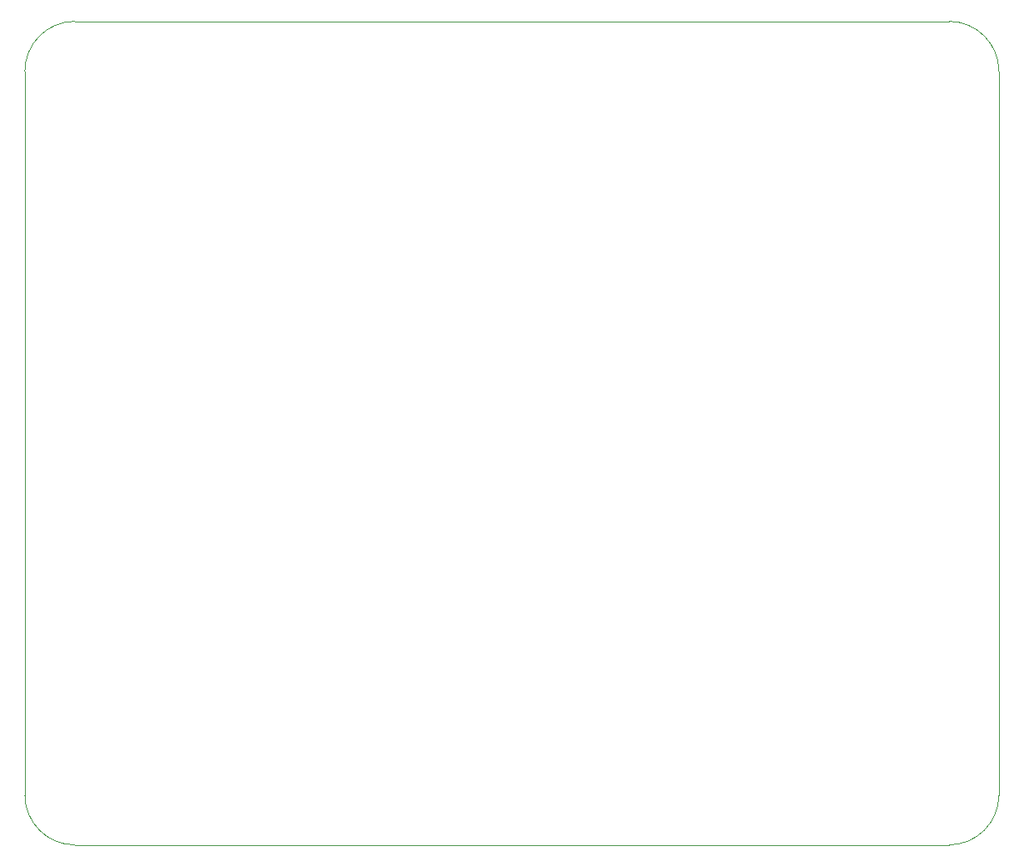
<source format=gm1>
%TF.GenerationSoftware,KiCad,Pcbnew,5.1.2-5.1.2*%
%TF.CreationDate,2019-06-03T18:56:12+10:00*%
%TF.ProjectId,clock,636c6f63-6b2e-46b6-9963-61645f706362,1*%
%TF.SameCoordinates,Original*%
%TF.FileFunction,Profile,NP*%
%FSLAX46Y46*%
G04 Gerber Fmt 4.6, Leading zero omitted, Abs format (unit mm)*
G04 Created by KiCad (PCBNEW 5.1.2-5.1.2) date 2019-06-03 18:56:12*
%MOMM*%
%LPD*%
G04 APERTURE LIST*
%ADD10C,0.100000*%
G04 APERTURE END LIST*
D10*
X269240000Y-12700000D02*
X180340000Y-12700000D01*
X274320000Y-91440000D02*
X274320000Y-17780000D01*
X180340000Y-96520000D02*
X269240000Y-96520000D01*
X175260000Y-17780000D02*
X175260000Y-91440000D01*
X274320000Y-91440000D02*
G75*
G02X269240000Y-96520000I-5080000J0D01*
G01*
X180340000Y-96520000D02*
G75*
G02X175260000Y-91440000I0J5080000D01*
G01*
X269240000Y-12700000D02*
G75*
G02X274320000Y-17780000I0J-5080000D01*
G01*
X175260000Y-17780000D02*
G75*
G02X180340000Y-12700000I5080000J0D01*
G01*
M02*

</source>
